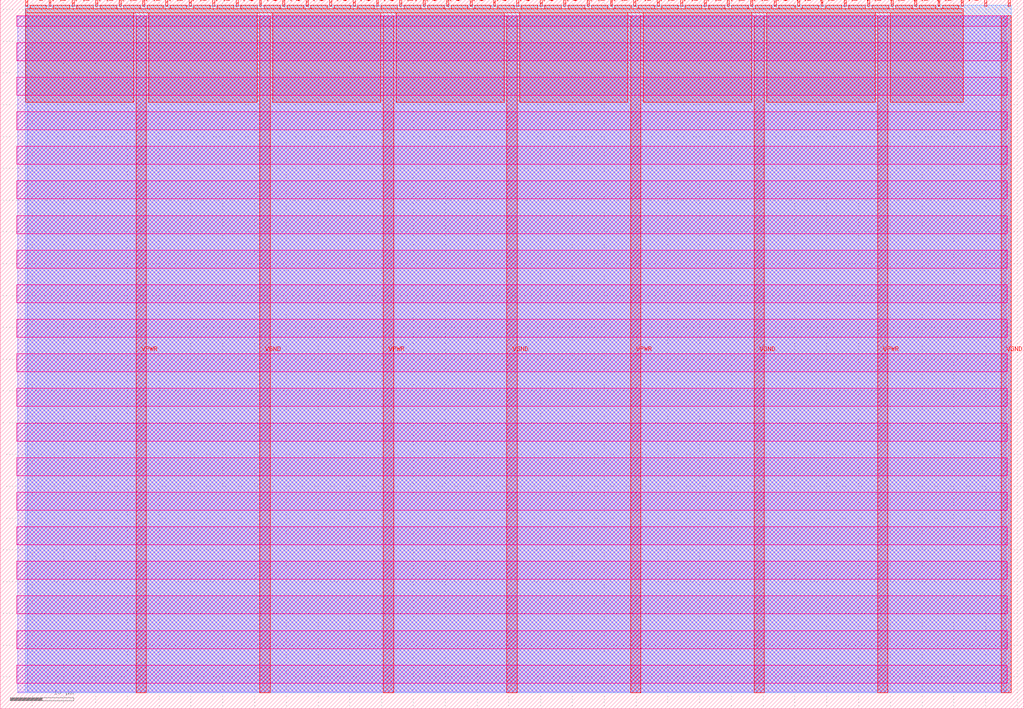
<source format=lef>
VERSION 5.7 ;
  NOWIREEXTENSIONATPIN ON ;
  DIVIDERCHAR "/" ;
  BUSBITCHARS "[]" ;
MACRO tt_um_maxluppe_digital_analog
  CLASS BLOCK ;
  FOREIGN tt_um_maxluppe_digital_analog ;
  ORIGIN 0.000 0.000 ;
  SIZE 161.000 BY 111.520 ;
  PIN VGND
    DIRECTION INOUT ;
    USE GROUND ;
    PORT
      LAYER met4 ;
        RECT 40.830 2.480 42.430 109.040 ;
    END
    PORT
      LAYER met4 ;
        RECT 79.700 2.480 81.300 109.040 ;
    END
    PORT
      LAYER met4 ;
        RECT 118.570 2.480 120.170 109.040 ;
    END
    PORT
      LAYER met4 ;
        RECT 157.440 2.480 159.040 109.040 ;
    END
  END VGND
  PIN VPWR
    DIRECTION INOUT ;
    USE POWER ;
    PORT
      LAYER met4 ;
        RECT 21.395 2.480 22.995 109.040 ;
    END
    PORT
      LAYER met4 ;
        RECT 60.265 2.480 61.865 109.040 ;
    END
    PORT
      LAYER met4 ;
        RECT 99.135 2.480 100.735 109.040 ;
    END
    PORT
      LAYER met4 ;
        RECT 138.005 2.480 139.605 109.040 ;
    END
  END VPWR
  PIN clk
    DIRECTION INPUT ;
    USE SIGNAL ;
    PORT
      LAYER met4 ;
        RECT 154.870 110.520 155.170 111.520 ;
    END
  END clk
  PIN ena
    DIRECTION INPUT ;
    USE SIGNAL ;
    PORT
      LAYER met4 ;
        RECT 158.550 110.520 158.850 111.520 ;
    END
  END ena
  PIN rst_n
    DIRECTION INPUT ;
    USE SIGNAL ;
    ANTENNAGATEAREA 0.213000 ;
    PORT
      LAYER met4 ;
        RECT 151.190 110.520 151.490 111.520 ;
    END
  END rst_n
  PIN ui_in[0]
    DIRECTION INPUT ;
    USE SIGNAL ;
    ANTENNAGATEAREA 0.196500 ;
    PORT
      LAYER met4 ;
        RECT 147.510 110.520 147.810 111.520 ;
    END
  END ui_in[0]
  PIN ui_in[1]
    DIRECTION INPUT ;
    USE SIGNAL ;
    ANTENNAGATEAREA 0.196500 ;
    PORT
      LAYER met4 ;
        RECT 143.830 110.520 144.130 111.520 ;
    END
  END ui_in[1]
  PIN ui_in[2]
    DIRECTION INPUT ;
    USE SIGNAL ;
    ANTENNAGATEAREA 0.247500 ;
    PORT
      LAYER met4 ;
        RECT 140.150 110.520 140.450 111.520 ;
    END
  END ui_in[2]
  PIN ui_in[3]
    DIRECTION INPUT ;
    USE SIGNAL ;
    ANTENNAGATEAREA 0.196500 ;
    PORT
      LAYER met4 ;
        RECT 136.470 110.520 136.770 111.520 ;
    END
  END ui_in[3]
  PIN ui_in[4]
    DIRECTION INPUT ;
    USE SIGNAL ;
    ANTENNAGATEAREA 0.196500 ;
    PORT
      LAYER met4 ;
        RECT 132.790 110.520 133.090 111.520 ;
    END
  END ui_in[4]
  PIN ui_in[5]
    DIRECTION INPUT ;
    USE SIGNAL ;
    ANTENNAGATEAREA 0.196500 ;
    PORT
      LAYER met4 ;
        RECT 129.110 110.520 129.410 111.520 ;
    END
  END ui_in[5]
  PIN ui_in[6]
    DIRECTION INPUT ;
    USE SIGNAL ;
    PORT
      LAYER met4 ;
        RECT 125.430 110.520 125.730 111.520 ;
    END
  END ui_in[6]
  PIN ui_in[7]
    DIRECTION INPUT ;
    USE SIGNAL ;
    PORT
      LAYER met4 ;
        RECT 121.750 110.520 122.050 111.520 ;
    END
  END ui_in[7]
  PIN uio_in[0]
    DIRECTION INPUT ;
    USE SIGNAL ;
    PORT
      LAYER met4 ;
        RECT 118.070 110.520 118.370 111.520 ;
    END
  END uio_in[0]
  PIN uio_in[1]
    DIRECTION INPUT ;
    USE SIGNAL ;
    PORT
      LAYER met4 ;
        RECT 114.390 110.520 114.690 111.520 ;
    END
  END uio_in[1]
  PIN uio_in[2]
    DIRECTION INPUT ;
    USE SIGNAL ;
    PORT
      LAYER met4 ;
        RECT 110.710 110.520 111.010 111.520 ;
    END
  END uio_in[2]
  PIN uio_in[3]
    DIRECTION INPUT ;
    USE SIGNAL ;
    PORT
      LAYER met4 ;
        RECT 107.030 110.520 107.330 111.520 ;
    END
  END uio_in[3]
  PIN uio_in[4]
    DIRECTION INPUT ;
    USE SIGNAL ;
    PORT
      LAYER met4 ;
        RECT 103.350 110.520 103.650 111.520 ;
    END
  END uio_in[4]
  PIN uio_in[5]
    DIRECTION INPUT ;
    USE SIGNAL ;
    PORT
      LAYER met4 ;
        RECT 99.670 110.520 99.970 111.520 ;
    END
  END uio_in[5]
  PIN uio_in[6]
    DIRECTION INPUT ;
    USE SIGNAL ;
    PORT
      LAYER met4 ;
        RECT 95.990 110.520 96.290 111.520 ;
    END
  END uio_in[6]
  PIN uio_in[7]
    DIRECTION INPUT ;
    USE SIGNAL ;
    PORT
      LAYER met4 ;
        RECT 92.310 110.520 92.610 111.520 ;
    END
  END uio_in[7]
  PIN uio_oe[0]
    DIRECTION OUTPUT TRISTATE ;
    USE SIGNAL ;
    PORT
      LAYER met4 ;
        RECT 29.750 110.520 30.050 111.520 ;
    END
  END uio_oe[0]
  PIN uio_oe[1]
    DIRECTION OUTPUT TRISTATE ;
    USE SIGNAL ;
    PORT
      LAYER met4 ;
        RECT 26.070 110.520 26.370 111.520 ;
    END
  END uio_oe[1]
  PIN uio_oe[2]
    DIRECTION OUTPUT TRISTATE ;
    USE SIGNAL ;
    PORT
      LAYER met4 ;
        RECT 22.390 110.520 22.690 111.520 ;
    END
  END uio_oe[2]
  PIN uio_oe[3]
    DIRECTION OUTPUT TRISTATE ;
    USE SIGNAL ;
    PORT
      LAYER met4 ;
        RECT 18.710 110.520 19.010 111.520 ;
    END
  END uio_oe[3]
  PIN uio_oe[4]
    DIRECTION OUTPUT TRISTATE ;
    USE SIGNAL ;
    PORT
      LAYER met4 ;
        RECT 15.030 110.520 15.330 111.520 ;
    END
  END uio_oe[4]
  PIN uio_oe[5]
    DIRECTION OUTPUT TRISTATE ;
    USE SIGNAL ;
    PORT
      LAYER met4 ;
        RECT 11.350 110.520 11.650 111.520 ;
    END
  END uio_oe[5]
  PIN uio_oe[6]
    DIRECTION OUTPUT TRISTATE ;
    USE SIGNAL ;
    PORT
      LAYER met4 ;
        RECT 7.670 110.520 7.970 111.520 ;
    END
  END uio_oe[6]
  PIN uio_oe[7]
    DIRECTION OUTPUT TRISTATE ;
    USE SIGNAL ;
    PORT
      LAYER met4 ;
        RECT 3.990 110.520 4.290 111.520 ;
    END
  END uio_oe[7]
  PIN uio_out[0]
    DIRECTION OUTPUT TRISTATE ;
    USE SIGNAL ;
    PORT
      LAYER met4 ;
        RECT 59.190 110.520 59.490 111.520 ;
    END
  END uio_out[0]
  PIN uio_out[1]
    DIRECTION OUTPUT TRISTATE ;
    USE SIGNAL ;
    PORT
      LAYER met4 ;
        RECT 55.510 110.520 55.810 111.520 ;
    END
  END uio_out[1]
  PIN uio_out[2]
    DIRECTION OUTPUT TRISTATE ;
    USE SIGNAL ;
    PORT
      LAYER met4 ;
        RECT 51.830 110.520 52.130 111.520 ;
    END
  END uio_out[2]
  PIN uio_out[3]
    DIRECTION OUTPUT TRISTATE ;
    USE SIGNAL ;
    PORT
      LAYER met4 ;
        RECT 48.150 110.520 48.450 111.520 ;
    END
  END uio_out[3]
  PIN uio_out[4]
    DIRECTION OUTPUT TRISTATE ;
    USE SIGNAL ;
    PORT
      LAYER met4 ;
        RECT 44.470 110.520 44.770 111.520 ;
    END
  END uio_out[4]
  PIN uio_out[5]
    DIRECTION OUTPUT TRISTATE ;
    USE SIGNAL ;
    PORT
      LAYER met4 ;
        RECT 40.790 110.520 41.090 111.520 ;
    END
  END uio_out[5]
  PIN uio_out[6]
    DIRECTION OUTPUT TRISTATE ;
    USE SIGNAL ;
    PORT
      LAYER met4 ;
        RECT 37.110 110.520 37.410 111.520 ;
    END
  END uio_out[6]
  PIN uio_out[7]
    DIRECTION OUTPUT TRISTATE ;
    USE SIGNAL ;
    PORT
      LAYER met4 ;
        RECT 33.430 110.520 33.730 111.520 ;
    END
  END uio_out[7]
  PIN uo_out[0]
    DIRECTION OUTPUT TRISTATE ;
    USE SIGNAL ;
    ANTENNAGATEAREA 15.223499 ;
    ANTENNADIFFAREA 20.034000 ;
    PORT
      LAYER met4 ;
        RECT 88.630 110.520 88.930 111.520 ;
    END
  END uo_out[0]
  PIN uo_out[1]
    DIRECTION OUTPUT TRISTATE ;
    USE SIGNAL ;
    ANTENNAGATEAREA 15.223499 ;
    ANTENNADIFFAREA 20.034000 ;
    PORT
      LAYER met4 ;
        RECT 84.950 110.520 85.250 111.520 ;
    END
  END uo_out[1]
  PIN uo_out[2]
    DIRECTION OUTPUT TRISTATE ;
    USE SIGNAL ;
    ANTENNAGATEAREA 1.980000 ;
    ANTENNADIFFAREA 2.862000 ;
    PORT
      LAYER met4 ;
        RECT 81.270 110.520 81.570 111.520 ;
    END
  END uo_out[2]
  PIN uo_out[3]
    DIRECTION OUTPUT TRISTATE ;
    USE SIGNAL ;
    ANTENNAGATEAREA 1.980000 ;
    ANTENNADIFFAREA 2.862000 ;
    PORT
      LAYER met4 ;
        RECT 77.590 110.520 77.890 111.520 ;
    END
  END uo_out[3]
  PIN uo_out[4]
    DIRECTION OUTPUT TRISTATE ;
    USE SIGNAL ;
    ANTENNAGATEAREA 0.990000 ;
    ANTENNADIFFAREA 1.431000 ;
    PORT
      LAYER met4 ;
        RECT 73.910 110.520 74.210 111.520 ;
    END
  END uo_out[4]
  PIN uo_out[5]
    DIRECTION OUTPUT TRISTATE ;
    USE SIGNAL ;
    ANTENNAGATEAREA 0.990000 ;
    ANTENNADIFFAREA 1.431000 ;
    PORT
      LAYER met4 ;
        RECT 70.230 110.520 70.530 111.520 ;
    END
  END uo_out[5]
  PIN uo_out[6]
    DIRECTION OUTPUT TRISTATE ;
    USE SIGNAL ;
    ANTENNAGATEAREA 0.990000 ;
    ANTENNADIFFAREA 1.431000 ;
    PORT
      LAYER met4 ;
        RECT 66.550 110.520 66.850 111.520 ;
    END
  END uo_out[6]
  PIN uo_out[7]
    DIRECTION OUTPUT TRISTATE ;
    USE SIGNAL ;
    ANTENNAGATEAREA 0.990000 ;
    ANTENNADIFFAREA 1.431000 ;
    PORT
      LAYER met4 ;
        RECT 62.870 110.520 63.170 111.520 ;
    END
  END uo_out[7]
  OBS
      LAYER nwell ;
        RECT 2.570 107.385 158.430 108.990 ;
        RECT 2.570 101.945 158.430 104.775 ;
        RECT 2.570 96.505 158.430 99.335 ;
        RECT 2.570 91.065 158.430 93.895 ;
        RECT 2.570 85.625 158.430 88.455 ;
        RECT 2.570 80.185 158.430 83.015 ;
        RECT 2.570 74.745 158.430 77.575 ;
        RECT 2.570 69.305 158.430 72.135 ;
        RECT 2.570 63.865 158.430 66.695 ;
        RECT 2.570 58.425 158.430 61.255 ;
        RECT 2.570 52.985 158.430 55.815 ;
        RECT 2.570 47.545 158.430 50.375 ;
        RECT 2.570 42.105 158.430 44.935 ;
        RECT 2.570 36.665 158.430 39.495 ;
        RECT 2.570 31.225 158.430 34.055 ;
        RECT 2.570 25.785 158.430 28.615 ;
        RECT 2.570 20.345 158.430 23.175 ;
        RECT 2.570 14.905 158.430 17.735 ;
        RECT 2.570 9.465 158.430 12.295 ;
        RECT 2.570 4.025 158.430 6.855 ;
      LAYER li1 ;
        RECT 2.760 2.635 158.240 108.885 ;
      LAYER met1 ;
        RECT 2.760 2.480 159.040 109.040 ;
      LAYER met2 ;
        RECT 4.230 2.535 159.010 110.685 ;
      LAYER met3 ;
        RECT 3.950 2.555 159.030 110.665 ;
      LAYER met4 ;
        RECT 4.690 110.120 7.270 110.665 ;
        RECT 8.370 110.120 10.950 110.665 ;
        RECT 12.050 110.120 14.630 110.665 ;
        RECT 15.730 110.120 18.310 110.665 ;
        RECT 19.410 110.120 21.990 110.665 ;
        RECT 23.090 110.120 25.670 110.665 ;
        RECT 26.770 110.120 29.350 110.665 ;
        RECT 30.450 110.120 33.030 110.665 ;
        RECT 34.130 110.120 36.710 110.665 ;
        RECT 37.810 110.120 40.390 110.665 ;
        RECT 41.490 110.120 44.070 110.665 ;
        RECT 45.170 110.120 47.750 110.665 ;
        RECT 48.850 110.120 51.430 110.665 ;
        RECT 52.530 110.120 55.110 110.665 ;
        RECT 56.210 110.120 58.790 110.665 ;
        RECT 59.890 110.120 62.470 110.665 ;
        RECT 63.570 110.120 66.150 110.665 ;
        RECT 67.250 110.120 69.830 110.665 ;
        RECT 70.930 110.120 73.510 110.665 ;
        RECT 74.610 110.120 77.190 110.665 ;
        RECT 78.290 110.120 80.870 110.665 ;
        RECT 81.970 110.120 84.550 110.665 ;
        RECT 85.650 110.120 88.230 110.665 ;
        RECT 89.330 110.120 91.910 110.665 ;
        RECT 93.010 110.120 95.590 110.665 ;
        RECT 96.690 110.120 99.270 110.665 ;
        RECT 100.370 110.120 102.950 110.665 ;
        RECT 104.050 110.120 106.630 110.665 ;
        RECT 107.730 110.120 110.310 110.665 ;
        RECT 111.410 110.120 113.990 110.665 ;
        RECT 115.090 110.120 117.670 110.665 ;
        RECT 118.770 110.120 121.350 110.665 ;
        RECT 122.450 110.120 125.030 110.665 ;
        RECT 126.130 110.120 128.710 110.665 ;
        RECT 129.810 110.120 132.390 110.665 ;
        RECT 133.490 110.120 136.070 110.665 ;
        RECT 137.170 110.120 139.750 110.665 ;
        RECT 140.850 110.120 143.430 110.665 ;
        RECT 144.530 110.120 147.110 110.665 ;
        RECT 148.210 110.120 150.790 110.665 ;
        RECT 3.975 109.440 151.505 110.120 ;
        RECT 3.975 95.375 20.995 109.440 ;
        RECT 23.395 95.375 40.430 109.440 ;
        RECT 42.830 95.375 59.865 109.440 ;
        RECT 62.265 95.375 79.300 109.440 ;
        RECT 81.700 95.375 98.735 109.440 ;
        RECT 101.135 95.375 118.170 109.440 ;
        RECT 120.570 95.375 137.605 109.440 ;
        RECT 140.005 95.375 151.505 109.440 ;
  END
END tt_um_maxluppe_digital_analog
END LIBRARY


</source>
